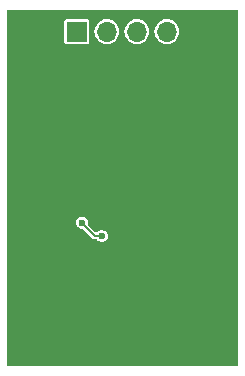
<source format=gbr>
G04 #@! TF.GenerationSoftware,KiCad,Pcbnew,8.0.1*
G04 #@! TF.CreationDate,2025-03-18T21:27:00-06:00*
G04 #@! TF.ProjectId,Temperature_Flex_boost,54656d70-6572-4617-9475-72655f466c65,rev?*
G04 #@! TF.SameCoordinates,Original*
G04 #@! TF.FileFunction,Copper,L2,Bot*
G04 #@! TF.FilePolarity,Positive*
%FSLAX46Y46*%
G04 Gerber Fmt 4.6, Leading zero omitted, Abs format (unit mm)*
G04 Created by KiCad (PCBNEW 8.0.1) date 2025-03-18 21:27:00*
%MOMM*%
%LPD*%
G01*
G04 APERTURE LIST*
G04 #@! TA.AperFunction,ComponentPad*
%ADD10R,1.700000X1.700000*%
G04 #@! TD*
G04 #@! TA.AperFunction,ComponentPad*
%ADD11O,1.700000X1.700000*%
G04 #@! TD*
G04 #@! TA.AperFunction,ViaPad*
%ADD12C,0.600000*%
G04 #@! TD*
G04 #@! TA.AperFunction,Conductor*
%ADD13C,0.152400*%
G04 #@! TD*
G04 APERTURE END LIST*
D10*
X187690000Y-48100000D03*
D11*
X190230000Y-48100000D03*
X192770000Y-48100000D03*
X195310000Y-48100000D03*
D12*
X188130000Y-64280000D03*
X189800000Y-65410000D03*
X197280000Y-68670000D03*
X191970000Y-58030000D03*
X185150000Y-69250000D03*
X199500000Y-61950000D03*
X186900000Y-72330000D03*
X193800000Y-61170000D03*
X197060000Y-59900000D03*
D13*
X188130000Y-64320000D02*
X189220000Y-65410000D01*
X188130000Y-64280000D02*
X188130000Y-64320000D01*
X189220000Y-65410000D02*
X189800000Y-65410000D01*
G04 #@! TA.AperFunction,Conductor*
G36*
X201312539Y-46280185D02*
G01*
X201358294Y-46332989D01*
X201369500Y-46384500D01*
X201369500Y-76305500D01*
X201349815Y-76372539D01*
X201297011Y-76418294D01*
X201245500Y-76429500D01*
X181874500Y-76429500D01*
X181807461Y-76409815D01*
X181761706Y-76357011D01*
X181750500Y-76305500D01*
X181750500Y-64280000D01*
X187624353Y-64280000D01*
X187644834Y-64422456D01*
X187661443Y-64458823D01*
X187704623Y-64553373D01*
X187798872Y-64662143D01*
X187919947Y-64739953D01*
X187919950Y-64739954D01*
X187919949Y-64739954D01*
X188058036Y-64780499D01*
X188058038Y-64780500D01*
X188058039Y-64780500D01*
X188147825Y-64780500D01*
X188214864Y-64800185D01*
X188235506Y-64816819D01*
X189050098Y-65631412D01*
X189050101Y-65631414D01*
X189050102Y-65631415D01*
X189050105Y-65631417D01*
X189050107Y-65631418D01*
X189113195Y-65667844D01*
X189183566Y-65686699D01*
X189183572Y-65686700D01*
X189320877Y-65686700D01*
X189387916Y-65706385D01*
X189414588Y-65729495D01*
X189468872Y-65792143D01*
X189589947Y-65869953D01*
X189589950Y-65869954D01*
X189589949Y-65869954D01*
X189728036Y-65910499D01*
X189728038Y-65910500D01*
X189728039Y-65910500D01*
X189871962Y-65910500D01*
X189871962Y-65910499D01*
X190010053Y-65869953D01*
X190131128Y-65792143D01*
X190225377Y-65683373D01*
X190285165Y-65552457D01*
X190305647Y-65410000D01*
X190285165Y-65267543D01*
X190225377Y-65136627D01*
X190131128Y-65027857D01*
X190010053Y-64950047D01*
X190010051Y-64950046D01*
X190010049Y-64950045D01*
X190010050Y-64950045D01*
X189871963Y-64909500D01*
X189871961Y-64909500D01*
X189728039Y-64909500D01*
X189728036Y-64909500D01*
X189589949Y-64950045D01*
X189468870Y-65027858D01*
X189444809Y-65055626D01*
X189386031Y-65093399D01*
X189316161Y-65093399D01*
X189263416Y-65062103D01*
X188660136Y-64458823D01*
X188626651Y-64397500D01*
X188625079Y-64353498D01*
X188635647Y-64280000D01*
X188615165Y-64137543D01*
X188555377Y-64006627D01*
X188461128Y-63897857D01*
X188340053Y-63820047D01*
X188340051Y-63820046D01*
X188340049Y-63820045D01*
X188340050Y-63820045D01*
X188201963Y-63779500D01*
X188201961Y-63779500D01*
X188058039Y-63779500D01*
X188058036Y-63779500D01*
X187919949Y-63820045D01*
X187798873Y-63897856D01*
X187704623Y-64006626D01*
X187704622Y-64006628D01*
X187644834Y-64137543D01*
X187624353Y-64280000D01*
X181750500Y-64280000D01*
X181750500Y-48969752D01*
X186639500Y-48969752D01*
X186651131Y-49028229D01*
X186651132Y-49028230D01*
X186695447Y-49094552D01*
X186761769Y-49138867D01*
X186761770Y-49138868D01*
X186820247Y-49150499D01*
X186820250Y-49150500D01*
X186820252Y-49150500D01*
X188559750Y-49150500D01*
X188559751Y-49150499D01*
X188574568Y-49147552D01*
X188618229Y-49138868D01*
X188618229Y-49138867D01*
X188618231Y-49138867D01*
X188684552Y-49094552D01*
X188728867Y-49028231D01*
X188728867Y-49028229D01*
X188728868Y-49028229D01*
X188740499Y-48969752D01*
X188740500Y-48969750D01*
X188740500Y-48100000D01*
X189174417Y-48100000D01*
X189194699Y-48305932D01*
X189194700Y-48305934D01*
X189254768Y-48503954D01*
X189352315Y-48686450D01*
X189352317Y-48686452D01*
X189483589Y-48846410D01*
X189580209Y-48925702D01*
X189643550Y-48977685D01*
X189826046Y-49075232D01*
X190024066Y-49135300D01*
X190024065Y-49135300D01*
X190042529Y-49137118D01*
X190230000Y-49155583D01*
X190435934Y-49135300D01*
X190633954Y-49075232D01*
X190816450Y-48977685D01*
X190976410Y-48846410D01*
X191107685Y-48686450D01*
X191205232Y-48503954D01*
X191265300Y-48305934D01*
X191285583Y-48100000D01*
X191714417Y-48100000D01*
X191734699Y-48305932D01*
X191734700Y-48305934D01*
X191794768Y-48503954D01*
X191892315Y-48686450D01*
X191892317Y-48686452D01*
X192023589Y-48846410D01*
X192120209Y-48925702D01*
X192183550Y-48977685D01*
X192366046Y-49075232D01*
X192564066Y-49135300D01*
X192564065Y-49135300D01*
X192582529Y-49137118D01*
X192770000Y-49155583D01*
X192975934Y-49135300D01*
X193173954Y-49075232D01*
X193356450Y-48977685D01*
X193516410Y-48846410D01*
X193647685Y-48686450D01*
X193745232Y-48503954D01*
X193805300Y-48305934D01*
X193825583Y-48100000D01*
X194254417Y-48100000D01*
X194274699Y-48305932D01*
X194274700Y-48305934D01*
X194334768Y-48503954D01*
X194432315Y-48686450D01*
X194432317Y-48686452D01*
X194563589Y-48846410D01*
X194660209Y-48925702D01*
X194723550Y-48977685D01*
X194906046Y-49075232D01*
X195104066Y-49135300D01*
X195104065Y-49135300D01*
X195122529Y-49137118D01*
X195310000Y-49155583D01*
X195515934Y-49135300D01*
X195713954Y-49075232D01*
X195896450Y-48977685D01*
X196056410Y-48846410D01*
X196187685Y-48686450D01*
X196285232Y-48503954D01*
X196345300Y-48305934D01*
X196365583Y-48100000D01*
X196345300Y-47894066D01*
X196285232Y-47696046D01*
X196187685Y-47513550D01*
X196135702Y-47450209D01*
X196056410Y-47353589D01*
X195906121Y-47230252D01*
X195896450Y-47222315D01*
X195713954Y-47124768D01*
X195515934Y-47064700D01*
X195515932Y-47064699D01*
X195515934Y-47064699D01*
X195310000Y-47044417D01*
X195104067Y-47064699D01*
X194906043Y-47124769D01*
X194818114Y-47171769D01*
X194723550Y-47222315D01*
X194723548Y-47222316D01*
X194723547Y-47222317D01*
X194563589Y-47353589D01*
X194432317Y-47513547D01*
X194334769Y-47696043D01*
X194274699Y-47894067D01*
X194254417Y-48100000D01*
X193825583Y-48100000D01*
X193805300Y-47894066D01*
X193745232Y-47696046D01*
X193647685Y-47513550D01*
X193595702Y-47450209D01*
X193516410Y-47353589D01*
X193366121Y-47230252D01*
X193356450Y-47222315D01*
X193173954Y-47124768D01*
X192975934Y-47064700D01*
X192975932Y-47064699D01*
X192975934Y-47064699D01*
X192770000Y-47044417D01*
X192564067Y-47064699D01*
X192366043Y-47124769D01*
X192278114Y-47171769D01*
X192183550Y-47222315D01*
X192183548Y-47222316D01*
X192183547Y-47222317D01*
X192023589Y-47353589D01*
X191892317Y-47513547D01*
X191794769Y-47696043D01*
X191734699Y-47894067D01*
X191714417Y-48100000D01*
X191285583Y-48100000D01*
X191265300Y-47894066D01*
X191205232Y-47696046D01*
X191107685Y-47513550D01*
X191055702Y-47450209D01*
X190976410Y-47353589D01*
X190826121Y-47230252D01*
X190816450Y-47222315D01*
X190633954Y-47124768D01*
X190435934Y-47064700D01*
X190435932Y-47064699D01*
X190435934Y-47064699D01*
X190230000Y-47044417D01*
X190024067Y-47064699D01*
X189826043Y-47124769D01*
X189738114Y-47171769D01*
X189643550Y-47222315D01*
X189643548Y-47222316D01*
X189643547Y-47222317D01*
X189483589Y-47353589D01*
X189352317Y-47513547D01*
X189254769Y-47696043D01*
X189194699Y-47894067D01*
X189174417Y-48100000D01*
X188740500Y-48100000D01*
X188740500Y-47230249D01*
X188740499Y-47230247D01*
X188728868Y-47171770D01*
X188728867Y-47171769D01*
X188684552Y-47105447D01*
X188618230Y-47061132D01*
X188618229Y-47061131D01*
X188559752Y-47049500D01*
X188559748Y-47049500D01*
X186820252Y-47049500D01*
X186820247Y-47049500D01*
X186761770Y-47061131D01*
X186761769Y-47061132D01*
X186695447Y-47105447D01*
X186651132Y-47171769D01*
X186651131Y-47171770D01*
X186639500Y-47230247D01*
X186639500Y-48969752D01*
X181750500Y-48969752D01*
X181750500Y-46384500D01*
X181770185Y-46317461D01*
X181822989Y-46271706D01*
X181874500Y-46260500D01*
X201245500Y-46260500D01*
X201312539Y-46280185D01*
G37*
G04 #@! TD.AperFunction*
M02*

</source>
